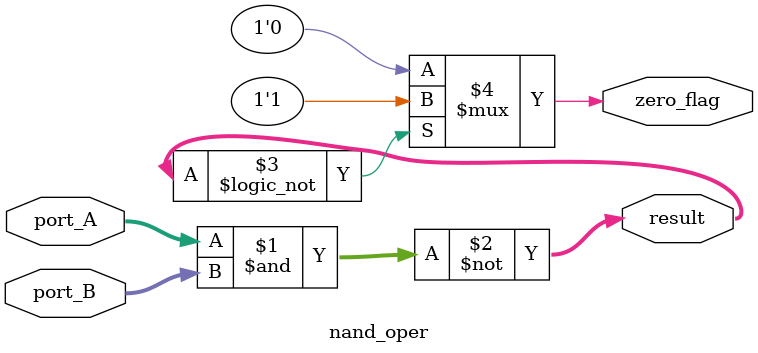
<source format=v>
module nand_oper #(parameter DATA_WIDTH = 8)(
	//input
	input [(DATA_WIDTH-1) : 0] port_A,
	input [(DATA_WIDTH-1) : 0] port_B,
	//output
	output [(DATA_WIDTH-1) : 0] result,
	
	output zero_flag
);

assign result = ~(port_A & port_B);

assign zero_flag = (result==0)? 1'b1 : 1'b0;

endmodule

</source>
